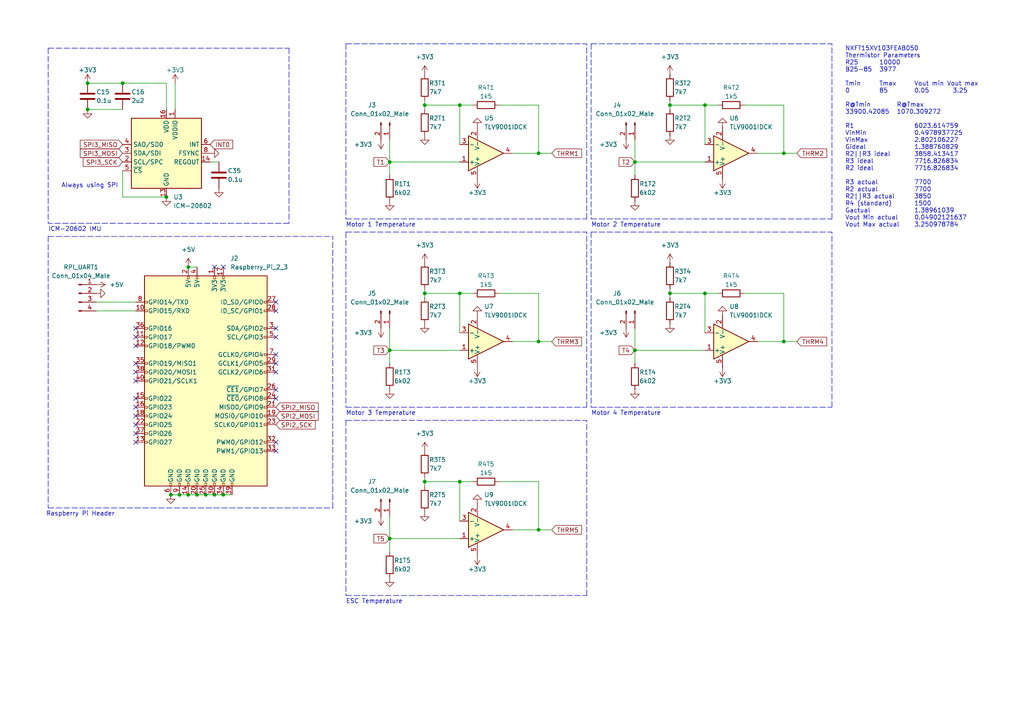
<source format=kicad_sch>
(kicad_sch (version 20211123) (generator eeschema)
  (paper "A4")
  (lib_symbols
    (symbol "Amplifier_Operational:TLV9001IDCK" (pin_names (offset 0.127))
      (property "Reference" "U" (at 7.62 2.54 0))
      (property "Value" "TLV9001IDCK" (at 11.43 -2.54 0))
      (symbol "TLV9001IDCK_0_1"
        (polyline (pts (xy -2.54 5.08) (xy -2.54 -5.08) (xy 7.62 0) (xy -2.54 5.08)) (stroke (width 0.254)) (fill (type background)))
      )
      (symbol "TLV9001IDCK_1_1"
        (pin input line (at -5.08 2.54 0) (length 2.54) (name "+") (number "1"))
        (pin power_in line (at 0 -7.62 90) (length 3.81) (name "V-") (number "2"))
        (pin input line (at -5.08 -2.54 0) (length 2.54) (name "-") (number "3"))
        (pin output line (at 10.16 0 180) (length 2.54) (name "~") (number "4"))
        (pin power_in line (at 0 7.62 270) (length 3.81) (name "V+") (number "5"))
      )
    )
    (symbol "Connector:Conn_01x02_Male" (pin_names (offset 1.016) hide)
      (property "Reference" "J" (at 0 2.54 0))
      (property "Value" "Conn_01x02_Male" (at 0 -5.08 0))
      (symbol "Conn_01x02_Male_1_1"
        (polyline (pts (xy 1.27 -2.54) (xy 0.8636 -2.54)) (stroke (width 0.1524)))
        (polyline (pts (xy 1.27 0) (xy 0.8636 0)) (stroke (width 0.1524)))
        (rectangle (start 0.8636 -2.413) (end 0 -2.667) (stroke (width 0.1524)) (fill (type outline)))
        (rectangle (start 0.8636 0.127) (end 0 -0.127) (stroke (width 0.1524)) (fill (type outline)))
        (pin passive line (at 5.08 0 180) (length 3.81) (name "Pin_1") (number "1"))
        (pin passive line (at 5.08 -2.54 180) (length 3.81) (name "Pin_2") (number "2"))
      )
    )
    (symbol "Connector:Conn_01x04_Male" (pin_names (offset 1.016) hide)
      (property "Reference" "J" (at 0 5.08 0))
      (property "Value" "Conn_01x04_Male" (at 0 -7.62 0))
      (symbol "Conn_01x04_Male_1_1"
        (polyline (pts (xy 1.27 -5.08) (xy 0.8636 -5.08)) (stroke (width 0.1524)))
        (polyline (pts (xy 1.27 -2.54) (xy 0.8636 -2.54)) (stroke (width 0.1524)))
        (polyline (pts (xy 1.27 0) (xy 0.8636 0)) (stroke (width 0.1524)))
        (polyline (pts (xy 1.27 2.54) (xy 0.8636 2.54)) (stroke (width 0.1524)))
        (rectangle (start 0.8636 -4.953) (end 0 -5.207) (stroke (width 0.1524)) (fill (type outline)))
        (rectangle (start 0.8636 -2.413) (end 0 -2.667) (stroke (width 0.1524)) (fill (type outline)))
        (rectangle (start 0.8636 0.127) (end 0 -0.127) (stroke (width 0.1524)) (fill (type outline)))
        (rectangle (start 0.8636 2.667) (end 0 2.413) (stroke (width 0.1524)) (fill (type outline)))
        (pin passive line (at 5.08 2.54 180) (length 3.81) (name "Pin_1") (number "1"))
        (pin passive line (at 5.08 0 180) (length 3.81) (name "Pin_2") (number "2"))
        (pin passive line (at 5.08 -2.54 180) (length 3.81) (name "Pin_3") (number "3"))
        (pin passive line (at 5.08 -5.08 180) (length 3.81) (name "Pin_4") (number "4"))
      )
    )
    (symbol "Connector:Raspberry_Pi_2_3" (pin_names (offset 1.016))
      (property "Reference" "J" (at -17.78 31.75 0))
      (property "Value" "Raspberry_Pi_2_3" (at 10.16 -31.75 0))
      (symbol "Raspberry_Pi_2_3_0_1"
        (rectangle (start -17.78 30.48) (end 17.78 -30.48) (stroke (width 0.254)) (fill (type background)))
      )
      (symbol "Raspberry_Pi_2_3_1_1"
        (rectangle (start -16.891 -17.526) (end -17.78 -18.034))
        (rectangle (start -16.891 -14.986) (end -17.78 -15.494))
        (rectangle (start -16.891 -12.446) (end -17.78 -12.954))
        (rectangle (start -16.891 -9.906) (end -17.78 -10.414))
        (rectangle (start -16.891 -7.366) (end -17.78 -7.874))
        (rectangle (start -16.891 -4.826) (end -17.78 -5.334))
        (rectangle (start -16.891 0.254) (end -17.78 -0.254))
        (rectangle (start -16.891 2.794) (end -17.78 2.286))
        (rectangle (start -16.891 5.334) (end -17.78 4.826))
        (rectangle (start -16.891 10.414) (end -17.78 9.906))
        (rectangle (start -16.891 12.954) (end -17.78 12.446))
        (rectangle (start -16.891 15.494) (end -17.78 14.986))
        (rectangle (start -16.891 20.574) (end -17.78 20.066))
        (rectangle (start -16.891 23.114) (end -17.78 22.606))
        (rectangle (start -10.414 -29.591) (end -9.906 -30.48))
        (rectangle (start -7.874 -29.591) (end -7.366 -30.48))
        (rectangle (start -5.334 -29.591) (end -4.826 -30.48))
        (rectangle (start -5.334 30.48) (end -4.826 29.591))
        (rectangle (start -2.794 -29.591) (end -2.286 -30.48))
        (rectangle (start -2.794 30.48) (end -2.286 29.591))
        (rectangle (start -0.254 -29.591) (end 0.254 -30.48))
        (rectangle (start 2.286 -29.591) (end 2.794 -30.48))
        (rectangle (start 2.286 30.48) (end 2.794 29.591))
        (rectangle (start 4.826 -29.591) (end 5.334 -30.48))
        (rectangle (start 4.826 30.48) (end 5.334 29.591))
        (rectangle (start 7.366 -29.591) (end 7.874 -30.48))
        (rectangle (start 17.78 -20.066) (end 16.891 -20.574))
        (rectangle (start 17.78 -17.526) (end 16.891 -18.034))
        (rectangle (start 17.78 -12.446) (end 16.891 -12.954))
        (rectangle (start 17.78 -9.906) (end 16.891 -10.414))
        (rectangle (start 17.78 -7.366) (end 16.891 -7.874))
        (rectangle (start 17.78 -4.826) (end 16.891 -5.334))
        (rectangle (start 17.78 -2.286) (end 16.891 -2.794))
        (rectangle (start 17.78 2.794) (end 16.891 2.286))
        (rectangle (start 17.78 5.334) (end 16.891 4.826))
        (rectangle (start 17.78 7.874) (end 16.891 7.366))
        (rectangle (start 17.78 12.954) (end 16.891 12.446))
        (rectangle (start 17.78 15.494) (end 16.891 14.986))
        (rectangle (start 17.78 20.574) (end 16.891 20.066))
        (rectangle (start 17.78 23.114) (end 16.891 22.606))
        (pin power_in line (at 2.54 33.02 270) (length 2.54) (name "3V3") (number "1"))
        (pin bidirectional line (at -20.32 20.32 0) (length 2.54) (name "GPIO15/RXD") (number "10"))
        (pin bidirectional line (at -20.32 12.7 0) (length 2.54) (name "GPIO17") (number "11"))
        (pin bidirectional line (at -20.32 10.16 0) (length 2.54) (name "GPIO18/PWM0") (number "12"))
        (pin bidirectional line (at -20.32 -17.78 0) (length 2.54) (name "GPIO27") (number "13"))
        (pin power_in line (at -5.08 -33.02 90) (length 2.54) (name "GND") (number "14"))
        (pin bidirectional line (at -20.32 -5.08 0) (length 2.54) (name "GPIO22") (number "15"))
        (pin bidirectional line (at -20.32 -7.62 0) (length 2.54) (name "GPIO23") (number "16"))
        (pin power_in line (at 5.08 33.02 270) (length 2.54) (name "3V3") (number "17"))
        (pin bidirectional line (at -20.32 -10.16 0) (length 2.54) (name "GPIO24") (number "18"))
        (pin bidirectional line (at 20.32 -10.16 180) (length 2.54) (name "MOSI0/GPIO10") (number "19"))
        (pin power_in line (at -5.08 33.02 270) (length 2.54) (name "5V") (number "2"))
        (pin power_in line (at -2.54 -33.02 90) (length 2.54) (name "GND") (number "20"))
        (pin bidirectional line (at 20.32 -7.62 180) (length 2.54) (name "MISO0/GPIO9") (number "21"))
        (pin bidirectional line (at -20.32 -12.7 0) (length 2.54) (name "GPIO25") (number "22"))
        (pin bidirectional line (at 20.32 -12.7 180) (length 2.54) (name "SCLK0/GPIO11") (number "23"))
        (pin bidirectional line (at 20.32 -5.08 180) (length 2.54) (name "~{CE0}/GPIO8") (number "24"))
        (pin power_in line (at 0 -33.02 90) (length 2.54) (name "GND") (number "25"))
        (pin bidirectional line (at 20.32 -2.54 180) (length 2.54) (name "~{CE1}/GPIO7") (number "26"))
        (pin bidirectional line (at 20.32 22.86 180) (length 2.54) (name "ID_SD/GPIO0") (number "27"))
        (pin bidirectional line (at 20.32 20.32 180) (length 2.54) (name "ID_SC/GPIO1") (number "28"))
        (pin bidirectional line (at 20.32 5.08 180) (length 2.54) (name "GCLK1/GPIO5") (number "29"))
        (pin bidirectional line (at 20.32 15.24 180) (length 2.54) (name "SDA/GPIO2") (number "3"))
        (pin power_in line (at 2.54 -33.02 90) (length 2.54) (name "GND") (number "30"))
        (pin bidirectional line (at 20.32 2.54 180) (length 2.54) (name "GCLK2/GPIO6") (number "31"))
        (pin bidirectional line (at 20.32 -17.78 180) (length 2.54) (name "PWM0/GPIO12") (number "32"))
        (pin bidirectional line (at 20.32 -20.32 180) (length 2.54) (name "PWM1/GPIO13") (number "33"))
        (pin power_in line (at 5.08 -33.02 90) (length 2.54) (name "GND") (number "34"))
        (pin bidirectional line (at -20.32 5.08 0) (length 2.54) (name "GPIO19/MISO1") (number "35"))
        (pin bidirectional line (at -20.32 15.24 0) (length 2.54) (name "GPIO16") (number "36"))
        (pin bidirectional line (at -20.32 -15.24 0) (length 2.54) (name "GPIO26") (number "37"))
        (pin bidirectional line (at -20.32 2.54 0) (length 2.54) (name "GPIO20/MOSI1") (number "38"))
        (pin power_in line (at 7.62 -33.02 90) (length 2.54) (name "GND") (number "39"))
        (pin power_in line (at -2.54 33.02 270) (length 2.54) (name "5V") (number "4"))
        (pin bidirectional line (at -20.32 0 0) (length 2.54) (name "GPIO21/SCLK1") (number "40"))
        (pin bidirectional line (at 20.32 12.7 180) (length 2.54) (name "SCL/GPIO3") (number "5"))
        (pin power_in line (at -10.16 -33.02 90) (length 2.54) (name "GND") (number "6"))
        (pin bidirectional line (at 20.32 7.62 180) (length 2.54) (name "GCLK0/GPIO4") (number "7"))
        (pin bidirectional line (at -20.32 22.86 0) (length 2.54) (name "GPIO14/TXD") (number "8"))
        (pin power_in line (at -7.62 -33.02 90) (length 2.54) (name "GND") (number "9"))
      )
    )
    (symbol "Device:C" (pin_numbers hide) (pin_names (offset 0.254))
      (property "Reference" "C" (at 0.635 2.54 0))
      (property "Value" "C" (at 0.635 -2.54 0))
      (symbol "C_0_1"
        (polyline (pts (xy -2.032 -0.762) (xy 2.032 -0.762)) (stroke (width 0.508)))
        (polyline (pts (xy -2.032 0.762) (xy 2.032 0.762)) (stroke (width 0.508)))
      )
      (symbol "C_1_1"
        (pin passive line (at 0 3.81 270) (length 2.794) (name "~") (number "1"))
        (pin passive line (at 0 -3.81 90) (length 2.794) (name "~") (number "2"))
      )
    )
    (symbol "Device:R" (pin_numbers hide) (pin_names (offset 0))
      (property "Reference" "R" (at 2.032 0 90))
      (property "Value" "R" (at 0 0 90))
      (symbol "R_0_1"
        (rectangle (start -1.016 -2.54) (end 1.016 2.54) (stroke (width 0.254)))
      )
      (symbol "R_1_1"
        (pin passive line (at 0 3.81 270) (length 1.27) (name "~") (number "1"))
        (pin passive line (at 0 -3.81 90) (length 1.27) (name "~") (number "2"))
      )
    )
    (symbol "Sensor_Motion:ICM-20602"
      (property "Reference" "U" (at -10.16 11.43 0))
      (property "Value" "ICM-20602" (at 10.16 11.43 0))
      (symbol "ICM-20602_0_1"
        (rectangle (start -10.16 10.16) (end 10.16 -10.16) (stroke (width 0.254)) (fill (type background)))
      )
      (symbol "ICM-20602_1_1"
        (pin power_in line (at 2.54 12.7 270) (length 2.54) (name "VDDIO") (number "1"))
        (pin passive line (at 0 -12.7 90) (length 2.54) hide (name "GND") (number "10"))
        (pin passive line (at 0 -12.7 90) (length 2.54) hide (name "GND") (number "11"))
        (pin passive line (at 0 -12.7 90) (length 2.54) hide (name "GND") (number "12"))
        (pin power_in line (at 0 -12.7 90) (length 2.54) (name "GND") (number "13"))
        (pin passive line (at 12.7 -2.54 180) (length 2.54) (name "REGOUT") (number "14"))
        (pin passive line (at 0 -12.7 90) (length 2.54) hide (name "GND") (number "15"))
        (pin power_in line (at 0 12.7 270) (length 2.54) (name "VDD") (number "16"))
        (pin input line (at -12.7 -2.54 0) (length 2.54) (name "SCL/SPC") (number "2"))
        (pin bidirectional line (at -12.7 0 0) (length 2.54) (name "SDA/SDI") (number "3"))
        (pin bidirectional line (at -12.7 2.54 0) (length 2.54) (name "SAO/SD0") (number "4"))
        (pin input line (at -12.7 -5.08 0) (length 2.54) (name "~{CS}") (number "5"))
        (pin output line (at 12.7 2.54 180) (length 2.54) (name "INT") (number "6"))
        (pin no_connect line (at -10.16 5.08 0) (length 2.54) hide (name "RESV") (number "7"))
        (pin input line (at 12.7 0 180) (length 2.54) (name "FSYNC") (number "8"))
        (pin passive line (at 0 -12.7 90) (length 2.54) hide (name "GND") (number "9"))
      )
    )
    (symbol "power:+3V3" (power) (pin_names (offset 0))
      (property "Value" "+3V3" (at 0 3.556 0))
      (symbol "+3V3_0_1"
        (polyline (pts (xy -0.762 1.27) (xy 0 2.54)))
        (polyline (pts (xy 0 0) (xy 0 2.54)))
        (polyline (pts (xy 0 2.54) (xy 0.762 1.27)))
      )
      (symbol "+3V3_1_1"
        (pin power_in line (at 0 0 90) (length 0) hide (name "+3V3") (number "1"))
      )
    )
    (symbol "power:+5V" (power) (pin_names (offset 0))
      (property "Value" "+5V" (at 0 3.556 0))
      (symbol "+5V_0_1"
        (polyline (pts (xy -0.762 1.27) (xy 0 2.54)))
        (polyline (pts (xy 0 0) (xy 0 2.54)))
        (polyline (pts (xy 0 2.54) (xy 0.762 1.27)))
      )
      (symbol "+5V_1_1"
        (pin power_in line (at 0 0 90) (length 0) hide (name "+5V") (number "1"))
      )
    )
    (symbol "power:GND" (power) (pin_names (offset 0))
      (property "Value" "GND" (at 0 -3.81 0))
      (symbol "GND_0_1"
        (polyline (pts (xy 0 0) (xy 0 -1.27) (xy 1.27 -1.27) (xy 0 -2.54) (xy -1.27 -1.27) (xy 0 -1.27)))
      )
      (symbol "GND_1_1"
        (pin power_in line (at 0 0 270) (length 0) hide (name "GND") (number "1"))
      )
    )
  )
  (junction (at 184.15 101.6))
  (junction (at 123.19 139.7))
  (junction (at 54.61 143.51))
  (junction (at 204.47 85.09))
  (junction (at 35.56 24.13))
  (junction (at 59.69 143.51))
  (junction (at 204.47 30.48))
  (junction (at 123.19 30.48))
  (junction (at 133.35 139.7))
  (junction (at 113.03 156.21))
  (junction (at 25.4 31.75))
  (junction (at 156.21 44.45))
  (junction (at 64.77 143.51))
  (junction (at 156.21 153.67))
  (junction (at 62.23 143.51))
  (junction (at 194.31 30.48))
  (junction (at 123.19 85.09))
  (junction (at 133.35 85.09))
  (junction (at 227.33 44.45))
  (junction (at 227.33 99.06))
  (junction (at 54.61 77.47))
  (junction (at 156.21 99.06))
  (junction (at 133.35 30.48))
  (junction (at 113.03 46.99))
  (junction (at 57.15 143.51))
  (junction (at 52.07 143.51))
  (junction (at 113.03 101.6))
  (junction (at 25.4 24.13))
  (junction (at 194.31 85.09))
  (junction (at 184.15 46.99))
  (junction (at 49.53 143.51))
  (junction (at 48.26 57.15))
  (no_connect (at 39.37 125.73))
  (no_connect (at 80.01 130.81))
  (no_connect (at 39.37 123.19))
  (no_connect (at 80.01 105.41))
  (no_connect (at 80.01 107.95))
  (no_connect (at 80.01 113.03))
  (no_connect (at 80.01 97.79))
  (no_connect (at 39.37 128.27))
  (no_connect (at 80.01 95.25))
  (no_connect (at 80.01 102.87))
  (no_connect (at 39.37 120.65))
  (no_connect (at 80.01 128.27))
  (no_connect (at 80.01 87.63))
  (no_connect (at 80.01 90.17))
  (no_connect (at 80.01 115.57))
  (no_connect (at 39.37 100.33))
  (no_connect (at 39.37 97.79))
  (no_connect (at 39.37 95.25))
  (no_connect (at 39.37 115.57))
  (no_connect (at 39.37 105.41))
  (no_connect (at 39.37 110.49))
  (no_connect (at 39.37 107.95))
  (no_connect (at 39.37 118.11))
  (no_connect (at 62.23 77.47))
  (no_connect (at 64.77 77.47))
  (wire (pts (xy 62.23 143.51) (xy 64.77 143.51)))
  (wire (pts (xy 194.31 29.21) (xy 194.31 30.48)))
  (polyline (pts (xy 100.33 172.72) (xy 170.18 172.72)))
  (polyline (pts (xy 171.45 12.7) (xy 241.3 12.7)))
  (wire (pts (xy 219.71 44.45) (xy 227.33 44.45)))
  (wire (pts (xy 54.61 77.47) (xy 57.15 77.47)))
  (wire (pts (xy 49.53 143.51) (xy 52.07 143.51)))
  (wire (pts (xy 113.03 40.64) (xy 113.03 46.99)))
  (wire (pts (xy 59.69 143.51) (xy 62.23 143.51)))
  (wire (pts (xy 184.15 46.99) (xy 204.47 46.99)))
  (polyline (pts (xy 171.45 67.31) (xy 241.3 67.31)))
  (wire (pts (xy 133.35 30.48) (xy 133.35 41.91)))
  (wire (pts (xy 227.33 85.09) (xy 215.9 85.09)))
  (wire (pts (xy 227.33 99.06) (xy 231.14 99.06)))
  (wire (pts (xy 156.21 99.06) (xy 160.02 99.06)))
  (polyline (pts (xy 100.33 12.7) (xy 170.18 12.7)))
  (wire (pts (xy 184.15 101.6) (xy 184.15 105.41)))
  (wire (pts (xy 113.03 46.99) (xy 133.35 46.99)))
  (wire (pts (xy 27.94 87.63) (xy 39.37 87.63)))
  (wire (pts (xy 48.26 24.13) (xy 48.26 31.75)))
  (wire (pts (xy 113.03 149.86) (xy 113.03 156.21)))
  (wire (pts (xy 184.15 46.99) (xy 184.15 50.8)))
  (wire (pts (xy 35.56 24.13) (xy 48.26 24.13)))
  (polyline (pts (xy 100.33 67.31) (xy 100.33 118.11)))
  (wire (pts (xy 123.19 30.48) (xy 123.19 31.75)))
  (wire (pts (xy 194.31 30.48) (xy 194.31 31.75)))
  (wire (pts (xy 204.47 30.48) (xy 208.28 30.48)))
  (polyline (pts (xy 100.33 118.11) (xy 170.18 118.11)))
  (wire (pts (xy 113.03 46.99) (xy 113.03 50.8)))
  (wire (pts (xy 64.77 143.51) (xy 67.31 143.51)))
  (wire (pts (xy 227.33 30.48) (xy 215.9 30.48)))
  (wire (pts (xy 123.19 83.82) (xy 123.19 85.09)))
  (wire (pts (xy 194.31 85.09) (xy 204.47 85.09)))
  (polyline (pts (xy 171.45 67.31) (xy 171.45 118.11)))
  (wire (pts (xy 156.21 153.67) (xy 160.02 153.67)))
  (wire (pts (xy 123.19 30.48) (xy 133.35 30.48)))
  (wire (pts (xy 156.21 44.45) (xy 156.21 30.48)))
  (wire (pts (xy 156.21 139.7) (xy 144.78 139.7)))
  (wire (pts (xy 184.15 95.25) (xy 184.15 101.6)))
  (polyline (pts (xy 100.33 63.5) (xy 170.18 63.5)))
  (wire (pts (xy 204.47 85.09) (xy 204.47 96.52)))
  (wire (pts (xy 156.21 44.45) (xy 160.02 44.45)))
  (wire (pts (xy 52.07 143.51) (xy 54.61 143.51)))
  (polyline (pts (xy 13.97 13.97) (xy 13.97 64.77)))
  (polyline (pts (xy 83.82 13.97) (xy 83.82 64.77)))
  (wire (pts (xy 184.15 40.64) (xy 184.15 46.99)))
  (wire (pts (xy 194.31 85.09) (xy 194.31 86.36)))
  (polyline (pts (xy 13.97 147.32) (xy 96.52 147.32)))
  (wire (pts (xy 156.21 30.48) (xy 144.78 30.48)))
  (polyline (pts (xy 83.82 64.77) (xy 13.97 64.77)))
  (polyline (pts (xy 13.97 68.58) (xy 13.97 147.32)))
  (wire (pts (xy 204.47 30.48) (xy 204.47 41.91)))
  (wire (pts (xy 194.31 83.82) (xy 194.31 85.09)))
  (wire (pts (xy 113.03 95.25) (xy 113.03 101.6)))
  (polyline (pts (xy 100.33 12.7) (xy 100.33 63.5)))
  (polyline (pts (xy 241.3 118.11) (xy 241.3 67.31)))
  (polyline (pts (xy 96.52 147.32) (xy 96.52 68.58)))
  (wire (pts (xy 25.4 24.13) (xy 35.56 24.13)))
  (wire (pts (xy 123.19 139.7) (xy 133.35 139.7)))
  (wire (pts (xy 204.47 85.09) (xy 208.28 85.09)))
  (wire (pts (xy 184.15 101.6) (xy 204.47 101.6)))
  (wire (pts (xy 156.21 99.06) (xy 156.21 85.09)))
  (wire (pts (xy 48.26 57.15) (xy 35.56 57.15)))
  (polyline (pts (xy 100.33 121.92) (xy 100.33 172.72)))
  (wire (pts (xy 227.33 44.45) (xy 227.33 30.48)))
  (wire (pts (xy 227.33 99.06) (xy 227.33 85.09)))
  (polyline (pts (xy 13.97 13.97) (xy 83.82 13.97)))
  (wire (pts (xy 219.71 99.06) (xy 227.33 99.06)))
  (wire (pts (xy 227.33 44.45) (xy 231.14 44.45)))
  (wire (pts (xy 148.59 44.45) (xy 156.21 44.45)))
  (wire (pts (xy 123.19 85.09) (xy 123.19 86.36)))
  (wire (pts (xy 156.21 153.67) (xy 156.21 139.7)))
  (wire (pts (xy 123.19 139.7) (xy 123.19 140.97)))
  (wire (pts (xy 54.61 143.51) (xy 57.15 143.51)))
  (polyline (pts (xy 13.97 68.58) (xy 96.52 68.58)))
  (wire (pts (xy 57.15 143.51) (xy 59.69 143.51)))
  (wire (pts (xy 35.56 57.15) (xy 35.56 49.53)))
  (wire (pts (xy 148.59 153.67) (xy 156.21 153.67)))
  (polyline (pts (xy 100.33 67.31) (xy 170.18 67.31)))
  (wire (pts (xy 133.35 30.48) (xy 137.16 30.48)))
  (wire (pts (xy 123.19 29.21) (xy 123.19 30.48)))
  (wire (pts (xy 133.35 85.09) (xy 137.16 85.09)))
  (wire (pts (xy 133.35 139.7) (xy 137.16 139.7)))
  (polyline (pts (xy 171.45 12.7) (xy 171.45 63.5)))
  (polyline (pts (xy 170.18 118.11) (xy 170.18 67.31)))
  (wire (pts (xy 113.03 156.21) (xy 113.03 160.02)))
  (wire (pts (xy 133.35 85.09) (xy 133.35 96.52)))
  (polyline (pts (xy 241.3 63.5) (xy 241.3 12.7)))
  (wire (pts (xy 123.19 138.43) (xy 123.19 139.7)))
  (wire (pts (xy 50.8 24.13) (xy 50.8 31.75)))
  (polyline (pts (xy 170.18 172.72) (xy 170.18 121.92)))
  (wire (pts (xy 113.03 156.21) (xy 133.35 156.21)))
  (wire (pts (xy 148.59 99.06) (xy 156.21 99.06)))
  (wire (pts (xy 123.19 85.09) (xy 133.35 85.09)))
  (wire (pts (xy 25.4 31.75) (xy 35.56 31.75)))
  (wire (pts (xy 133.35 139.7) (xy 133.35 151.13)))
  (polyline (pts (xy 171.45 118.11) (xy 241.3 118.11)))
  (polyline (pts (xy 171.45 63.5) (xy 241.3 63.5)))
  (polyline (pts (xy 100.33 121.92) (xy 170.18 121.92)))
  (wire (pts (xy 113.03 101.6) (xy 133.35 101.6)))
  (wire (pts (xy 63.5 46.99) (xy 60.96 46.99)))
  (wire (pts (xy 27.94 90.17) (xy 39.37 90.17)))
  (wire (pts (xy 156.21 85.09) (xy 144.78 85.09)))
  (wire (pts (xy 113.03 101.6) (xy 113.03 105.41)))
  (wire (pts (xy 194.31 30.48) (xy 204.47 30.48)))
  (polyline (pts (xy 170.18 63.5) (xy 170.18 12.7)))
  (text "ICM-20602 IMU" (at 13.97 67.31 0) (effects (font (size 1.27 1.27)) (justify left bottom)))
  (text "Always using SPI" (at 17.78 54.61 0) (effects (font (size 1.27 1.27)) (justify left bottom)))
  (text "Raspberry Pi Header" (at 13.335 149.86 0) (effects (font (size 1.27 1.27)) (justify left bottom)))
  (text "Motor 2 Temperature" (at 171.45 66.04 0) (effects (font (size 1.27 1.27)) (justify left bottom)))
  (text "ESC Temperature" (at 100.33 175.26 0) (effects (font (size 1.27 1.27)) (justify left bottom)))
  (text "Motor 1 Temperature" (at 100.33 66.04 0) (effects (font (size 1.27 1.27)) (justify left bottom)))
  (text "NXFT15XV103FEAB050\nThermistor Parameters\nR25		10000\nB25-85	3977\n\nTmin	Tmax	Vout min Vout max\n0		85		0.05	 3.25\n														\nR@Tmin		R@Tmax						\n33900.42085	1070.309272						\n							\nR1				6023.614759						\nVinMin			0.4978937725						\nVinMax			2.802106227						\nGideal			1.388760829						\nR2||R3 ideal	3858.413417						\nR3 ideal		7716.826834						\nR2 ideal		7716.826834\n\nR3 actual		7700						\nR2 actual		7700						\nR2||R3 actual	3850						\nR4 (standard)	1500\nGactual			1.38961039						\nVout Min actual	0.04902121637						\nVout Max actual	3.250978784" (at 245.11 66.04 0) (effects (font (size 1.27 1.27)) (justify left bottom)))
  (text "Motor 4 Temperature" (at 171.45 120.65 0) (effects (font (size 1.27 1.27)) (justify left bottom)))
  (text "Motor 3 Temperature" (at 100.33 120.65 0) (effects (font (size 1.27 1.27)) (justify left bottom)))
  (global_label "THRM4" (shape input) (at 231.14 99.06 0) (property "Intersheet References" "${INTERSHEET_REFS}" (effects hide)))
  (global_label "INT0" (shape input) (at 60.96 41.91 0) (property "Intersheet References" "${INTERSHEET_REFS}" (effects hide)))
  (global_label "THRM2" (shape input) (at 231.14 44.45 0) (property "Intersheet References" "${INTERSHEET_REFS}" (effects hide)))
  (global_label "SPI2_MOSI" (shape input) (at 80.01 120.65 0) (property "Intersheet References" "${INTERSHEET_REFS}" (effects hide)))
  (global_label "T5" (shape input) (at 113.03 156.21 180) (property "Intersheet References" "${INTERSHEET_REFS}" (effects hide)))
  (global_label "T2" (shape input) (at 184.15 46.99 180) (property "Intersheet References" "${INTERSHEET_REFS}" (effects hide)))
  (global_label "SPI2_MISO" (shape input) (at 80.01 118.11 0) (property "Intersheet References" "${INTERSHEET_REFS}" (effects hide)))
  (global_label "SPI3_SCK" (shape input) (at 35.56 46.99 180) (property "Intersheet References" "${INTERSHEET_REFS}" (effects hide)))
  (global_label "T3" (shape input) (at 113.03 101.6 180) (property "Intersheet References" "${INTERSHEET_REFS}" (effects hide)))
  (global_label "SPI2_SCK" (shape input) (at 80.01 123.19 0) (property "Intersheet References" "${INTERSHEET_REFS}" (effects hide)))
  (global_label "THRM1" (shape input) (at 160.02 44.45 0) (property "Intersheet References" "${INTERSHEET_REFS}" (effects hide)))
  (global_label "T1" (shape input) (at 113.03 46.99 180) (property "Intersheet References" "${INTERSHEET_REFS}" (effects hide)))
  (global_label "SPI3_MISO" (shape input) (at 35.56 41.91 180) (property "Intersheet References" "${INTERSHEET_REFS}" (effects hide)))
  (global_label "T4" (shape input) (at 184.15 101.6 180) (property "Intersheet References" "${INTERSHEET_REFS}" (effects hide)))
  (global_label "SPI3_MOSI" (shape input) (at 35.56 44.45 180) (property "Intersheet References" "${INTERSHEET_REFS}" (effects hide)))
  (global_label "THRM3" (shape input) (at 160.02 99.06 0) (property "Intersheet References" "${INTERSHEET_REFS}" (effects hide)))
  (global_label "THRM5" (shape input) (at 160.02 153.67 0) (property "Intersheet References" "${INTERSHEET_REFS}" (effects hide)))
  (symbol (lib_id "Device:R") (at 123.19 25.4 0) (unit 1)
    (property "Reference" "R3T1" (at 124.46 24.13 0) (effects (justify left)))
    (property "Value" "7k7" (at 124.46 26.67 0) (effects (justify left)))
    (property "Footprint" "Resistor_SMD:R_0402_1005Metric" (effects hide))
  )
  (symbol (lib_id "power:GND") (at 123.19 39.37 0) (unit 1)
    (property "Reference" "#PWR034" (effects hide))
    (property "Value" "GND" (effects hide))
  )
  (symbol (lib_id "power:GND") (at 209.55 91.44 0) (mirror x) (unit 1)
    (property "Reference" "#PWR044" (effects hide))
    (property "Value" "GND" (effects hide))
  )
  (symbol (lib_id "power:GND") (at 63.5 54.61 0) (unit 1)
    (property "Reference" "#PWR063" (effects hide))
    (property "Value" "GND" (effects hide))
  )
  (symbol (lib_id "power:+3V3") (at 194.31 76.2 0) (unit 1)
    (property "Reference" "#PWR042" (effects hide))
    (property "Value" "+3V3" (at 194.31 71.12 0))
  )
  (symbol (lib_id "Connector:Conn_01x02_Male") (at 113.03 90.17 270) (unit 1)
    (property "Reference" "J5" (at 106.68 85.09 90) (effects (justify left)))
    (property "Value" "Conn_01x02_Male" (at 101.6 87.63 90) (effects (justify left)))
    (property "Footprint" "Connector_PinHeader_2.54mm:PinHeader_1x02_P2.54mm_Vertical" (effects hide))
  )
  (symbol (lib_id "power:GND") (at 194.31 93.98 0) (unit 1)
    (property "Reference" "#PWR046" (effects hide))
    (property "Value" "GND" (effects hide))
  )
  (symbol (lib_id "power:+3V3") (at 138.43 52.07 180) (unit 1)
    (property "Reference" "#PWR038" (effects hide))
    (property "Value" "+3V3" (at 138.43 55.88 0))
  )
  (symbol (lib_id "Device:R") (at 123.19 134.62 0) (unit 1)
    (property "Reference" "R3T5" (at 124.46 133.35 0) (effects (justify left)))
    (property "Value" "7k7" (at 124.46 135.89 0) (effects (justify left)))
    (property "Footprint" "Resistor_SMD:R_0402_1005Metric" (effects hide))
  )
  (symbol (lib_id "Device:R") (at 140.97 139.7 90) (unit 1)
    (property "Reference" "R4T5" (at 140.97 134.62 90))
    (property "Value" "1k5" (at 140.97 137.16 90))
    (property "Footprint" "Resistor_SMD:R_0402_1005Metric" (effects hide))
  )
  (symbol (lib_id "power:+3V3") (at 194.31 21.59 0) (unit 1)
    (property "Reference" "#PWR029" (effects hide))
    (property "Value" "+3V3" (at 194.31 16.51 0))
  )
  (symbol (lib_id "power:+3V3") (at 25.4 24.13 0) (unit 1)
    (property "Reference" "#PWR059" (effects hide))
    (property "Value" "+3V3" (at 25.4 20.32 0))
  )
  (symbol (lib_id "Device:R") (at 194.31 25.4 0) (unit 1)
    (property "Reference" "R3T2" (at 195.58 24.13 0) (effects (justify left)))
    (property "Value" "7k7" (at 195.58 26.67 0) (effects (justify left)))
    (property "Footprint" "Resistor_SMD:R_0402_1005Metric" (effects hide))
  )
  (symbol (lib_id "power:GND") (at 113.03 113.03 0) (unit 1)
    (property "Reference" "#PWR051" (effects hide))
    (property "Value" "GND" (effects hide))
  )
  (symbol (lib_id "power:GND") (at 25.4 31.75 0) (unit 1)
    (property "Reference" "#PWR061" (effects hide))
    (property "Value" "GND" (effects hide))
  )
  (symbol (lib_id "power:GND") (at 209.55 36.83 0) (mirror x) (unit 1)
    (property "Reference" "#PWR032" (effects hide))
    (property "Value" "GND" (effects hide))
  )
  (symbol (lib_id "power:+5V") (at 27.94 82.55 270) (unit 1)
    (property "Reference" "#PWR0121" (effects hide))
    (property "Value" "+5V" (at 31.75 82.5499 90) (effects (justify left)))
  )
  (symbol (lib_id "power:GND") (at 138.43 146.05 0) (mirror x) (unit 1)
    (property "Reference" "#PWR054" (effects hide))
    (property "Value" "GND" (effects hide))
  )
  (symbol (lib_id "Amplifier_Operational:TLV9001IDCK") (at 138.43 99.06 0) (mirror x) (unit 1)
    (property "Reference" "U7" (at 140.4494 88.9 0) (effects (justify left)))
    (property "Value" "TLV9001IDCK" (at 140.4494 91.44 0) (effects (justify left)))
    (property "Footprint" "Package_TO_SOT_SMD:SOT-353_SC-70-5" (effects hide))
    (property "Datasheet" "https://www.ti.com/lit/ds/symlink/tlv9001.pdf" (effects hide))
  )
  (symbol (lib_id "Device:R") (at 113.03 109.22 0) (unit 1)
    (property "Reference" "R1T3" (at 114.3 107.95 0) (effects (justify left)))
    (property "Value" "6k02" (at 114.3 110.49 0) (effects (justify left)))
    (property "Footprint" "Resistor_SMD:R_0402_1005Metric" (effects hide))
  )
  (symbol (lib_id "power:+3V3") (at 181.61 95.25 0) (mirror x) (unit 1)
    (property "Reference" "#PWR048" (effects hide))
    (property "Value" "+3V3" (at 179.07 96.5199 0) (effects (justify right)))
  )
  (symbol (lib_id "Device:C") (at 35.56 27.94 0) (unit 1)
    (property "Reference" "C16" (at 38.1 26.67 0) (effects (justify left)))
    (property "Value" "2u2" (at 38.1 29.21 0) (effects (justify left)))
    (property "Footprint" "Capacitor_SMD:C_0402_1005Metric" (effects hide))
  )
  (symbol (lib_id "power:+3V3") (at 110.49 149.86 0) (mirror x) (unit 1)
    (property "Reference" "#PWR056" (effects hide))
    (property "Value" "+3V3" (at 107.95 151.1299 0) (effects (justify right)))
  )
  (symbol (lib_id "Connector:Conn_01x02_Male") (at 184.15 90.17 270) (unit 1)
    (property "Reference" "J6" (at 177.8 85.09 90) (effects (justify left)))
    (property "Value" "Conn_01x02_Male" (at 172.72 87.63 90) (effects (justify left)))
    (property "Footprint" "Connector_PinHeader_2.54mm:PinHeader_1x02_P2.54mm_Vertical" (effects hide))
  )
  (symbol (lib_id "power:GND") (at 27.94 85.09 90) (unit 1)
    (property "Reference" "#PWR0120" (effects hide))
    (property "Value" "GND" (effects hide))
  )
  (symbol (lib_id "power:GND") (at 184.15 58.42 0) (unit 1)
    (property "Reference" "#PWR040" (effects hide))
    (property "Value" "GND" (effects hide))
  )
  (symbol (lib_id "power:GND") (at 113.03 167.64 0) (unit 1)
    (property "Reference" "#PWR058" (effects hide))
    (property "Value" "GND" (effects hide))
  )
  (symbol (lib_id "Connector:Conn_01x02_Male") (at 184.15 35.56 270) (unit 1)
    (property "Reference" "J4" (at 177.8 30.48 90) (effects (justify left)))
    (property "Value" "Conn_01x02_Male" (at 172.72 33.02 90) (effects (justify left)))
    (property "Footprint" "Connector_PinHeader_2.54mm:PinHeader_1x02_P2.54mm_Vertical" (effects hide))
  )
  (symbol (lib_id "Device:R") (at 194.31 90.17 0) (unit 1)
    (property "Reference" "R2T4" (at 195.58 88.9 0) (effects (justify left)))
    (property "Value" "7k7" (at 195.58 91.44 0) (effects (justify left)))
    (property "Footprint" "Resistor_SMD:R_0402_1005Metric" (effects hide))
  )
  (symbol (lib_id "Device:R") (at 113.03 54.61 0) (unit 1)
    (property "Reference" "R1T1" (at 114.3 53.34 0) (effects (justify left)))
    (property "Value" "6k02" (at 114.3 55.88 0) (effects (justify left)))
    (property "Footprint" "Resistor_SMD:R_0402_1005Metric" (effects hide))
  )
  (symbol (lib_id "Device:C") (at 63.5 50.8 0) (unit 1)
    (property "Reference" "C35" (at 66.04 49.53 0) (effects (justify left)))
    (property "Value" "0.1u" (at 66.04 52.07 0) (effects (justify left)))
    (property "Footprint" "Capacitor_SMD:C_0402_1005Metric" (effects hide))
  )
  (symbol (lib_id "Device:R") (at 123.19 90.17 0) (unit 1)
    (property "Reference" "R2T3" (at 124.46 88.9 0) (effects (justify left)))
    (property "Value" "7k7" (at 124.46 91.44 0) (effects (justify left)))
    (property "Footprint" "Resistor_SMD:R_0402_1005Metric" (effects hide))
  )
  (symbol (lib_id "Device:R") (at 194.31 35.56 0) (unit 1)
    (property "Reference" "R2T2" (at 195.58 34.29 0) (effects (justify left)))
    (property "Value" "7k7" (at 195.58 36.83 0) (effects (justify left)))
    (property "Footprint" "Resistor_SMD:R_0402_1005Metric" (effects hide))
  )
  (symbol (lib_id "power:GND") (at 194.31 39.37 0) (unit 1)
    (property "Reference" "#PWR035" (effects hide))
    (property "Value" "GND" (effects hide))
  )
  (symbol (lib_id "Device:R") (at 113.03 163.83 0) (unit 1)
    (property "Reference" "R1T5" (at 114.3 162.56 0) (effects (justify left)))
    (property "Value" "6k02" (at 114.3 165.1 0) (effects (justify left)))
    (property "Footprint" "Resistor_SMD:R_0402_1005Metric" (effects hide))
  )
  (symbol (lib_id "power:+3V3") (at 110.49 40.64 0) (mirror x) (unit 1)
    (property "Reference" "#PWR028" (effects hide))
    (property "Value" "+3V3" (at 107.95 41.9099 0) (effects (justify right)))
  )
  (symbol (lib_id "Connector:Conn_01x02_Male") (at 113.03 35.56 270) (unit 1)
    (property "Reference" "J3" (at 106.68 30.48 90) (effects (justify left)))
    (property "Value" "Conn_01x02_Male" (at 101.6 33.02 90) (effects (justify left)))
    (property "Footprint" "Connector_PinHeader_2.54mm:PinHeader_1x02_P2.54mm_Vertical" (effects hide))
  )
  (symbol (lib_id "power:+5V") (at 54.61 77.47 0) (unit 1)
    (property "Reference" "#PWR0122" (effects hide))
    (property "Value" "+5V" (at 54.61 72.39 0))
  )
  (symbol (lib_id "power:GND") (at 138.43 36.83 0) (mirror x) (unit 1)
    (property "Reference" "#PWR037" (effects hide))
    (property "Value" "GND" (effects hide))
  )
  (symbol (lib_id "power:+3V3") (at 209.55 52.07 180) (unit 1)
    (property "Reference" "#PWR039" (effects hide))
    (property "Value" "+3V3" (at 209.55 55.88 0))
  )
  (symbol (lib_id "power:+3V3") (at 110.49 95.25 0) (mirror x) (unit 1)
    (property "Reference" "#PWR047" (effects hide))
    (property "Value" "+3V3" (at 107.95 96.5199 0) (effects (justify right)))
  )
  (symbol (lib_id "Device:R") (at 140.97 85.09 90) (unit 1)
    (property "Reference" "R4T3" (at 140.97 80.01 90))
    (property "Value" "1k5" (at 140.97 82.55 90))
    (property "Footprint" "Resistor_SMD:R_0402_1005Metric" (effects hide))
  )
  (symbol (lib_id "power:+3V3") (at 50.8 24.13 0) (unit 1)
    (property "Reference" "#PWR060" (effects hide))
    (property "Value" "+3V3" (at 50.8 20.32 0))
  )
  (symbol (lib_id "Connector:Raspberry_Pi_2_3") (at 59.69 110.49 0) (unit 1)
    (property "Reference" "J2" (at 66.7894 74.93 0) (effects (justify left)))
    (property "Value" "Raspberry_Pi_2_3" (at 66.7894 77.47 0) (effects (justify left)))
    (property "Footprint" "Connector_PinSocket_2.54mm:PinSocket_2x32_P2.54mm_Vertical" (effects hide))
    (property "Datasheet" "https://www.raspberrypi.org/documentation/hardware/raspberrypi/schematics/rpi_SCH_3bplus_1p0_reduced.pdf" (effects hide))
  )
  (symbol (lib_id "Device:C") (at 25.4 27.94 0) (unit 1)
    (property "Reference" "C15" (at 27.94 26.67 0) (effects (justify left)))
    (property "Value" "0.1u" (at 27.94 29.21 0) (effects (justify left)))
    (property "Footprint" "Capacitor_SMD:C_0402_1005Metric" (effects hide))
  )
  (symbol (lib_id "Device:R") (at 123.19 144.78 0) (unit 1)
    (property "Reference" "R2T5" (at 124.46 143.51 0) (effects (justify left)))
    (property "Value" "7k7" (at 124.46 146.05 0) (effects (justify left)))
    (property "Footprint" "Resistor_SMD:R_0402_1005Metric" (effects hide))
  )
  (symbol (lib_id "power:+3V3") (at 138.43 161.29 180) (unit 1)
    (property "Reference" "#PWR057" (effects hide))
    (property "Value" "+3V3" (at 138.43 165.1 0))
  )
  (symbol (lib_id "Device:R") (at 212.09 85.09 90) (unit 1)
    (property "Reference" "R4T4" (at 212.09 80.01 90))
    (property "Value" "1k5" (at 212.09 82.55 90))
    (property "Footprint" "Resistor_SMD:R_0402_1005Metric" (effects hide))
  )
  (symbol (lib_id "Amplifier_Operational:TLV9001IDCK") (at 209.55 99.06 0) (mirror x) (unit 1)
    (property "Reference" "U8" (at 211.5694 88.9 0) (effects (justify left)))
    (property "Value" "TLV9001IDCK" (at 211.5694 91.44 0) (effects (justify left)))
    (property "Footprint" "Package_TO_SOT_SMD:SOT-353_SC-70-5" (effects hide))
    (property "Datasheet" "https://www.ti.com/lit/ds/symlink/tlv9001.pdf" (effects hide))
  )
  (symbol (lib_id "power:GND") (at 184.15 113.03 0) (unit 1)
    (property "Reference" "#PWR052" (effects hide))
    (property "Value" "GND" (effects hide))
  )
  (symbol (lib_id "Device:R") (at 194.31 80.01 0) (unit 1)
    (property "Reference" "R3T4" (at 195.58 78.74 0) (effects (justify left)))
    (property "Value" "7k7" (at 195.58 81.28 0) (effects (justify left)))
    (property "Footprint" "Resistor_SMD:R_0402_1005Metric" (effects hide))
  )
  (symbol (lib_id "Device:R") (at 184.15 109.22 0) (unit 1)
    (property "Reference" "R1T4" (at 185.42 107.95 0) (effects (justify left)))
    (property "Value" "6k02" (at 185.42 110.49 0) (effects (justify left)))
    (property "Footprint" "Resistor_SMD:R_0402_1005Metric" (effects hide))
  )
  (symbol (lib_id "Amplifier_Operational:TLV9001IDCK") (at 209.55 44.45 0) (mirror x) (unit 1)
    (property "Reference" "U6" (at 211.5694 34.29 0) (effects (justify left)))
    (property "Value" "TLV9001IDCK" (at 211.5694 36.83 0) (effects (justify left)))
    (property "Footprint" "Package_TO_SOT_SMD:SOT-353_SC-70-5" (effects hide))
    (property "Datasheet" "https://www.ti.com/lit/ds/symlink/tlv9001.pdf" (effects hide))
  )
  (symbol (lib_id "Amplifier_Operational:TLV9001IDCK") (at 138.43 153.67 0) (mirror x) (unit 1)
    (property "Reference" "U9" (at 140.4494 143.51 0) (effects (justify left)))
    (property "Value" "TLV9001IDCK" (at 140.4494 146.05 0) (effects (justify left)))
    (property "Footprint" "Package_TO_SOT_SMD:SOT-353_SC-70-5" (effects hide))
    (property "Datasheet" "https://www.ti.com/lit/ds/symlink/tlv9001.pdf" (effects hide))
  )
  (symbol (lib_id "power:+3V3") (at 123.19 76.2 0) (unit 1)
    (property "Reference" "#PWR041" (effects hide))
    (property "Value" "+3V3" (at 123.19 71.12 0))
  )
  (symbol (lib_id "Device:R") (at 140.97 30.48 90) (unit 1)
    (property "Reference" "R4T1" (at 140.97 25.4 90))
    (property "Value" "1k5" (at 140.97 27.94 90))
    (property "Footprint" "Resistor_SMD:R_0402_1005Metric" (effects hide))
  )
  (symbol (lib_id "power:GND") (at 113.03 58.42 0) (unit 1)
    (property "Reference" "#PWR031" (effects hide))
    (property "Value" "GND" (effects hide))
  )
  (symbol (lib_id "power:GND") (at 60.96 44.45 90) (unit 1)
    (property "Reference" "#PWR062" (effects hide))
    (property "Value" "GND" (effects hide))
  )
  (symbol (lib_id "Device:R") (at 123.19 80.01 0) (unit 1)
    (property "Reference" "R3T3" (at 124.46 78.74 0) (effects (justify left)))
    (property "Value" "7k7" (at 124.46 81.28 0) (effects (justify left)))
    (property "Footprint" "Resistor_SMD:R_0402_1005Metric" (effects hide))
  )
  (symbol (lib_id "power:+3V3") (at 138.43 106.68 180) (unit 1)
    (property "Reference" "#PWR049" (effects hide))
    (property "Value" "+3V3" (at 138.43 110.49 0))
  )
  (symbol (lib_id "power:GND") (at 49.53 143.51 0) (unit 1)
    (property "Reference" "#PWR0123" (effects hide))
    (property "Value" "GND" (effects hide))
  )
  (symbol (lib_id "power:GND") (at 123.19 93.98 0) (unit 1)
    (property "Reference" "#PWR045" (effects hide))
    (property "Value" "GND" (effects hide))
  )
  (symbol (lib_id "Connector:Conn_01x02_Male") (at 113.03 144.78 270) (unit 1)
    (property "Reference" "J7" (at 106.68 139.7 90) (effects (justify left)))
    (property "Value" "Conn_01x02_Male" (at 101.6 142.24 90) (effects (justify left)))
    (property "Footprint" "Connector_PinHeader_2.54mm:PinHeader_1x02_P2.54mm_Vertical" (effects hide))
  )
  (symbol (lib_id "power:GND") (at 138.43 91.44 0) (mirror x) (unit 1)
    (property "Reference" "#PWR043" (effects hide))
    (property "Value" "GND" (effects hide))
  )
  (symbol (lib_id "power:+3V3") (at 123.19 130.81 0) (unit 1)
    (property "Reference" "#PWR053" (effects hide))
    (property "Value" "+3V3" (at 123.19 125.73 0))
  )
  (symbol (lib_id "Device:R") (at 123.19 35.56 0) (unit 1)
    (property "Reference" "R2T1" (at 124.46 34.29 0) (effects (justify left)))
    (property "Value" "7k7" (at 124.46 36.83 0) (effects (justify left)))
    (property "Footprint" "Resistor_SMD:R_0402_1005Metric" (effects hide))
  )
  (symbol (lib_id "Connector:Conn_01x04_Male") (at 22.86 85.09 0) (unit 1)
    (property "Reference" "RPI_UART1" (at 23.495 77.47 0))
    (property "Value" "Conn_01x04_Male" (at 23.495 80.01 0))
    (property "Footprint" "Connector_PinHeader_2.54mm:PinHeader_1x04_P2.54mm_Vertical" (effects hide))
  )
  (symbol (lib_id "power:+3V3") (at 181.61 40.64 0) (mirror x) (unit 1)
    (property "Reference" "#PWR036" (effects hide))
    (property "Value" "+3V3" (at 179.07 41.9099 0) (effects (justify right)))
  )
  (symbol (lib_id "power:+3V3") (at 123.19 21.59 0) (unit 1)
    (property "Reference" "#PWR033" (effects hide))
    (property "Value" "+3V3" (at 123.19 16.51 0))
  )
  (symbol (lib_id "power:+3V3") (at 209.55 106.68 180) (unit 1)
    (property "Reference" "#PWR050" (effects hide))
    (property "Value" "+3V3" (at 209.55 110.49 0))
  )
  (symbol (lib_id "Amplifier_Operational:TLV9001IDCK") (at 138.43 44.45 0) (mirror x) (unit 1)
    (property "Reference" "U5" (at 140.4494 34.29 0) (effects (justify left)))
    (property "Value" "TLV9001IDCK" (at 140.4494 36.83 0) (effects (justify left)))
    (property "Footprint" "Package_TO_SOT_SMD:SOT-353_SC-70-5" (effects hide))
    (property "Datasheet" "https://www.ti.com/lit/ds/symlink/tlv9001.pdf" (effects hide))
  )
  (symbol (lib_id "Device:R") (at 212.09 30.48 90) (unit 1)
    (property "Reference" "R4T2" (at 212.09 25.4 90))
    (property "Value" "1k5" (at 212.09 27.94 90))
    (property "Footprint" "Resistor_SMD:R_0402_1005Metric" (effects hide))
  )
  (symbol (lib_id "power:GND") (at 123.19 148.59 0) (unit 1)
    (property "Reference" "#PWR055" (effects hide))
    (property "Value" "GND" (effects hide))
  )
  (symbol (lib_id "Device:R") (at 184.15 54.61 0) (unit 1)
    (property "Reference" "R1T2" (at 185.42 53.34 0) (effects (justify left)))
    (property "Value" "6k02" (at 185.42 55.88 0) (effects (justify left)))
    (property "Footprint" "Resistor_SMD:R_0402_1005Metric" (effects hide))
  )
  (symbol (lib_id "power:GND") (at 48.26 57.15 0) (unit 1)
    (property "Reference" "#PWR064" (effects hide))
    (property "Value" "GND" (effects hide))
  )
  (symbol (lib_id "Sensor_Motion:ICM-20602") (at 48.26 44.45 0) (unit 1)
    (property "Reference" "U3" (at 50.2794 57.15 0) (effects (justify left)))
    (property "Value" "ICM-20602" (at 50.2794 59.69 0) (effects (justify left)))
    (property "Footprint" "Package_LGA:LGA-16_3x3mm_P0.5mm_LayoutBorder3x5y" (effects hide))
    (property "Datasheet" "http://www.invensense.com/wp-content/uploads/2016/10/DS-000176-ICM-20602-v1.0.pdf" (effects hide))
  )
)
</source>
